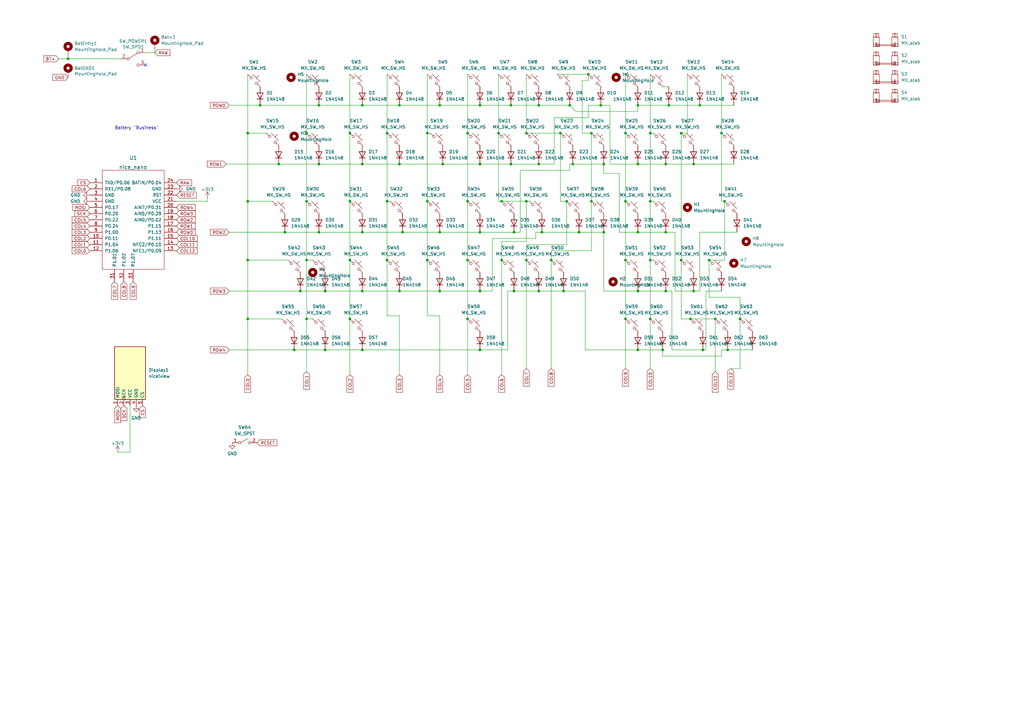
<source format=kicad_sch>
(kicad_sch (version 20211123) (generator eeschema)
  (paper "A3")
  (junction (at 234.95 67.31))
  (junction (at 196.85 119.38))
  (junction (at 158.75 106.68))
  (junction (at 284.48 119.38))
  (junction (at 148.59 119.38))
  (junction (at 266.7 54.61))
  (junction (at 293.37 130.81))
  (junction (at 297.18 82.55))
  (junction (at 215.9 82.55))
  (junction (at 210.82 95.25))
  (junction (at 271.78 143.51))
  (junction (at 256.54 130.81))
  (junction (at 130.81 43.18))
  (junction (at 196.85 95.25))
  (junction (at 209.55 43.18))
  (junction (at 191.77 130.81))
  (junction (at 101.6 130.81))
  (junction (at 148.59 43.18))
  (junction (at 283.21 130.81))
  (junction (at 261.62 119.38))
  (junction (at 290.83 106.68))
  (junction (at 191.77 106.68))
  (junction (at 229.87 54.61))
  (junction (at 261.62 67.31))
  (junction (at 215.9 54.61))
  (junction (at 226.06 106.68))
  (junction (at 241.3 30.48))
  (junction (at 215.9 106.68))
  (junction (at 233.68 43.18))
  (junction (at 125.73 82.55))
  (junction (at 273.05 67.31))
  (junction (at 284.48 67.31))
  (junction (at 256.54 82.55))
  (junction (at 163.83 43.18))
  (junction (at 148.59 95.25))
  (junction (at 209.55 67.31))
  (junction (at 101.6 106.68))
  (junction (at 125.73 130.81))
  (junction (at 27.94 24.13))
  (junction (at 130.81 95.25))
  (junction (at 295.91 54.61))
  (junction (at 247.65 67.31))
  (junction (at 180.34 43.18))
  (junction (at 175.26 54.61))
  (junction (at 191.77 82.55))
  (junction (at 210.82 119.38))
  (junction (at 266.7 106.68))
  (junction (at 148.59 143.51))
  (junction (at 130.81 67.31))
  (junction (at 220.98 43.18))
  (junction (at 123.19 119.38))
  (junction (at 287.02 43.18))
  (junction (at 273.05 95.25))
  (junction (at 165.1 95.25))
  (junction (at 220.98 119.38))
  (junction (at 181.61 67.31))
  (junction (at 279.4 106.68))
  (junction (at 196.85 67.31))
  (junction (at 303.53 130.81))
  (junction (at 242.57 82.55))
  (junction (at 158.75 82.55))
  (junction (at 175.26 82.55))
  (junction (at 163.83 119.38))
  (junction (at 288.29 143.51))
  (junction (at 273.05 119.38))
  (junction (at 205.74 82.55))
  (junction (at 191.77 54.61))
  (junction (at 232.41 82.55))
  (junction (at 180.34 119.38))
  (junction (at 143.51 54.61))
  (junction (at 175.26 106.68))
  (junction (at 247.65 95.25))
  (junction (at 196.85 43.18))
  (junction (at 133.35 143.51))
  (junction (at 261.62 143.51))
  (junction (at 266.7 130.81))
  (junction (at 143.51 130.81))
  (junction (at 222.25 95.25))
  (junction (at 246.38 43.18))
  (junction (at 266.7 82.55))
  (junction (at 261.62 43.18))
  (junction (at 106.68 43.18))
  (junction (at 114.3 67.31))
  (junction (at 196.85 143.51))
  (junction (at 180.34 95.25))
  (junction (at 237.49 95.25))
  (junction (at 120.65 143.51))
  (junction (at 143.51 82.55))
  (junction (at 101.6 82.55))
  (junction (at 298.45 143.51))
  (junction (at 125.73 106.68))
  (junction (at 116.84 95.25))
  (junction (at 220.98 67.31))
  (junction (at 205.74 106.68))
  (junction (at 261.62 95.25))
  (junction (at 158.75 54.61))
  (junction (at 274.32 43.18))
  (junction (at 133.35 119.38))
  (junction (at 163.83 67.31))
  (junction (at 256.54 54.61))
  (junction (at 101.6 54.61))
  (junction (at 242.57 54.61))
  (junction (at 204.47 54.61))
  (junction (at 279.4 54.61))
  (junction (at 256.54 106.68))
  (junction (at 148.59 67.31))
  (junction (at 125.73 54.61))
  (junction (at 231.14 119.38))
  (junction (at 143.51 106.68))
  (no_connect (at 59.69 26.67))
  (wire (pts (xy 143.51 82.55) (xy 143.51 106.68)))
  (wire (pts (xy 226.06 102.87) (xy 226.06 106.68)))
  (wire (pts (xy 279.4 130.81) (xy 283.21 130.81)))
  (wire (pts (xy 290.83 121.92) (xy 303.53 121.92)))
  (wire (pts (xy 215.9 100.33) (xy 215.9 106.68)))
  (wire (pts (xy 101.6 130.81) (xy 101.6 153.67)))
  (wire (pts (xy 228.6 30.48) (xy 241.3 30.48)))
  (wire (pts (xy 241.3 43.18) (xy 246.38 43.18)))
  (wire (pts (xy 208.28 143.51) (xy 208.28 119.38)))
  (wire (pts (xy 254 71.12) (xy 254 95.25)))
  (wire (pts (xy 261.62 119.38) (xy 273.05 119.38)))
  (wire (pts (xy 222.25 95.25) (xy 237.49 95.25)))
  (wire (pts (xy 256.54 82.55) (xy 256.54 106.68)))
  (wire (pts (xy 220.98 119.38) (xy 231.14 119.38)))
  (wire (pts (xy 281.94 30.48) (xy 281.94 54.61)))
  (wire (pts (xy 220.98 43.18) (xy 233.68 43.18)))
  (wire (pts (xy 256.54 30.48) (xy 256.54 54.61)))
  (wire (pts (xy 128.27 130.81) (xy 125.73 130.81)))
  (wire (pts (xy 201.93 119.38) (xy 201.93 97.79)))
  (wire (pts (xy 247.65 67.31) (xy 247.65 71.12)))
  (wire (pts (xy 261.62 95.25) (xy 273.05 95.25)))
  (wire (pts (xy 208.28 119.38) (xy 210.82 119.38)))
  (wire (pts (xy 180.34 119.38) (xy 196.85 119.38)))
  (wire (pts (xy 163.83 67.31) (xy 181.61 67.31)))
  (wire (pts (xy 116.84 95.25) (xy 130.81 95.25)))
  (wire (pts (xy 220.98 67.31) (xy 209.55 67.31)))
  (wire (pts (xy 215.9 30.48) (xy 215.9 54.61)))
  (wire (pts (xy 298.45 143.51) (xy 308.61 143.51)))
  (wire (pts (xy 238.76 54.61) (xy 242.57 54.61)))
  (wire (pts (xy 133.35 143.51) (xy 148.59 143.51)))
  (wire (pts (xy 237.49 95.25) (xy 247.65 95.25)))
  (wire (pts (xy 217.17 82.55) (xy 215.9 82.55)))
  (wire (pts (xy 148.59 143.51) (xy 196.85 143.51)))
  (wire (pts (xy 213.36 95.25) (xy 213.36 69.85)))
  (wire (pts (xy 191.77 82.55) (xy 191.77 106.68)))
  (wire (pts (xy 27.94 24.13) (xy 27.94 22.86)))
  (wire (pts (xy 275.59 119.38) (xy 275.59 143.51)))
  (wire (pts (xy 92.71 67.31) (xy 114.3 67.31)))
  (wire (pts (xy 191.77 54.61) (xy 191.77 82.55)))
  (wire (pts (xy 227.33 67.31) (xy 227.33 48.26)))
  (wire (pts (xy 210.82 119.38) (xy 220.98 119.38)))
  (wire (pts (xy 106.68 43.18) (xy 93.98 43.18)))
  (wire (pts (xy 63.5 21.59) (xy 63.5 20.32)))
  (wire (pts (xy 241.3 30.48) (xy 241.3 33.02)))
  (wire (pts (xy 290.83 106.68) (xy 290.83 121.92)))
  (wire (pts (xy 266.7 54.61) (xy 267.97 54.61)))
  (wire (pts (xy 219.71 95.25) (xy 222.25 95.25)))
  (wire (pts (xy 295.91 82.55) (xy 297.18 82.55)))
  (wire (pts (xy 295.91 146.05) (xy 295.91 143.51)))
  (wire (pts (xy 215.9 99.06) (xy 205.74 99.06)))
  (wire (pts (xy 133.35 119.38) (xy 148.59 119.38)))
  (wire (pts (xy 240.03 119.38) (xy 240.03 143.51)))
  (wire (pts (xy 120.65 143.51) (xy 133.35 143.51)))
  (wire (pts (xy 246.38 43.18) (xy 250.19 43.18)))
  (wire (pts (xy 191.77 106.68) (xy 191.77 130.81)))
  (wire (pts (xy 143.51 130.81) (xy 143.51 106.68)))
  (wire (pts (xy 279.4 106.68) (xy 279.4 130.81)))
  (wire (pts (xy 180.34 43.18) (xy 196.85 43.18)))
  (wire (pts (xy 238.76 33.02) (xy 238.76 54.61)))
  (wire (pts (xy 241.3 33.02) (xy 238.76 33.02)))
  (wire (pts (xy 232.41 82.55) (xy 232.41 100.33)))
  (wire (pts (xy 93.98 95.25) (xy 116.84 95.25)))
  (wire (pts (xy 276.86 119.38) (xy 284.48 119.38)))
  (wire (pts (xy 261.62 67.31) (xy 273.05 67.31)))
  (wire (pts (xy 160.02 82.55) (xy 158.75 82.55)))
  (wire (pts (xy 158.75 82.55) (xy 158.75 106.68)))
  (wire (pts (xy 261.62 143.51) (xy 271.78 143.51)))
  (wire (pts (xy 175.26 54.61) (xy 176.53 54.61)))
  (wire (pts (xy 303.53 121.92) (xy 303.53 130.81)))
  (wire (pts (xy 303.53 130.81) (xy 303.53 151.13)))
  (wire (pts (xy 204.47 30.48) (xy 204.47 54.61)))
  (wire (pts (xy 271.78 146.05) (xy 295.91 146.05)))
  (wire (pts (xy 130.81 95.25) (xy 148.59 95.25)))
  (polyline (pts (xy -13.97 19.05) (xy -13.97 49.53)))
  (wire (pts (xy 287.02 95.25) (xy 302.26 95.25)))
  (wire (pts (xy 215.9 54.61) (xy 229.87 54.61)))
  (wire (pts (xy 93.98 119.38) (xy 123.19 119.38)))
  (wire (pts (xy 163.83 129.54) (xy 163.83 153.67)))
  (wire (pts (xy 101.6 82.55) (xy 111.76 82.55)))
  (wire (pts (xy 241.3 48.26) (xy 241.3 43.18)))
  (wire (pts (xy 215.9 106.68) (xy 215.9 151.13)))
  (wire (pts (xy 158.75 106.68) (xy 158.75 129.54)))
  (wire (pts (xy 204.47 54.61) (xy 204.47 82.55)))
  (wire (pts (xy 148.59 119.38) (xy 163.83 119.38)))
  (wire (pts (xy 163.83 43.18) (xy 180.34 43.18)))
  (wire (pts (xy 281.94 54.61) (xy 279.4 54.61)))
  (wire (pts (xy 284.48 119.38) (xy 287.02 119.38)))
  (wire (pts (xy 143.51 130.81) (xy 143.51 153.67)))
  (polyline (pts (xy -13.97 49.53) (xy -66.04 49.53)))
  (wire (pts (xy 196.85 95.25) (xy 210.82 95.25)))
  (wire (pts (xy 266.7 82.55) (xy 266.7 106.68)))
  (wire (pts (xy 289.56 143.51) (xy 289.56 119.38)))
  (wire (pts (xy 233.68 69.85) (xy 233.68 67.31)))
  (wire (pts (xy 295.91 30.48) (xy 295.91 54.61)))
  (wire (pts (xy 101.6 30.48) (xy 101.6 54.61)))
  (wire (pts (xy 295.91 54.61) (xy 295.91 82.55)))
  (wire (pts (xy 148.59 95.25) (xy 165.1 95.25)))
  (wire (pts (xy 165.1 95.25) (xy 180.34 95.25)))
  (wire (pts (xy 181.61 67.31) (xy 196.85 67.31)))
  (polyline (pts (xy -66.04 19.05) (xy -13.97 19.05)))
  (wire (pts (xy 101.6 106.68) (xy 118.11 106.68)))
  (wire (pts (xy 242.57 82.55) (xy 242.57 102.87)))
  (wire (pts (xy 123.19 119.38) (xy 133.35 119.38)))
  (wire (pts (xy 125.73 130.81) (xy 125.73 106.68)))
  (wire (pts (xy 101.6 106.68) (xy 101.6 130.81)))
  (wire (pts (xy 256.54 130.81) (xy 256.54 151.13)))
  (wire (pts (xy 143.51 54.61) (xy 143.51 30.48)))
  (wire (pts (xy 53.34 166.37) (xy 53.34 185.42)))
  (wire (pts (xy 163.83 119.38) (xy 180.34 119.38)))
  (wire (pts (xy 273.05 119.38) (xy 275.59 119.38)))
  (wire (pts (xy 266.7 30.48) (xy 266.7 54.61)))
  (wire (pts (xy 261.62 43.18) (xy 274.32 43.18)))
  (wire (pts (xy 284.48 67.31) (xy 300.99 67.31)))
  (wire (pts (xy 93.98 143.51) (xy 120.65 143.51)))
  (wire (pts (xy 204.47 82.55) (xy 205.74 82.55)))
  (wire (pts (xy 180.34 95.25) (xy 196.85 95.25)))
  (wire (pts (xy 250.19 43.18) (xy 250.19 67.31)))
  (wire (pts (xy 227.33 48.26) (xy 241.3 48.26)))
  (wire (pts (xy 215.9 100.33) (xy 232.41 100.33)))
  (wire (pts (xy 175.26 106.68) (xy 175.26 129.54)))
  (wire (pts (xy 106.68 43.18) (xy 130.81 43.18)))
  (wire (pts (xy 143.51 54.61) (xy 143.51 82.55)))
  (wire (pts (xy 213.36 69.85) (xy 233.68 69.85)))
  (wire (pts (xy 130.81 67.31) (xy 148.59 67.31)))
  (wire (pts (xy 303.53 151.13) (xy 299.72 151.13)))
  (wire (pts (xy 175.26 129.54) (xy 180.34 129.54)))
  (wire (pts (xy 53.34 185.42) (xy 48.26 185.42)))
  (wire (pts (xy 148.59 67.31) (xy 163.83 67.31)))
  (wire (pts (xy 266.7 54.61) (xy 266.7 82.55)))
  (wire (pts (xy 101.6 54.61) (xy 101.6 82.55)))
  (wire (pts (xy 295.91 143.51) (xy 298.45 143.51)))
  (wire (pts (xy 175.26 106.68) (xy 175.26 82.55)))
  (wire (pts (xy 261.62 45.72) (xy 261.62 43.18)))
  (wire (pts (xy 297.18 106.68) (xy 290.83 106.68)))
  (wire (pts (xy 191.77 130.81) (xy 191.77 153.67)))
  (wire (pts (xy 297.18 82.55) (xy 297.18 106.68)))
  (wire (pts (xy 256.54 106.68) (xy 256.54 130.81)))
  (wire (pts (xy 300.99 43.18) (xy 287.02 43.18)))
  (wire (pts (xy 283.21 130.81) (xy 293.37 130.81)))
  (wire (pts (xy 85.09 82.55) (xy 85.09 81.28)))
  (wire (pts (xy 209.55 43.18) (xy 220.98 43.18)))
  (wire (pts (xy 196.85 143.51) (xy 208.28 143.51)))
  (wire (pts (xy 158.75 129.54) (xy 163.83 129.54)))
  (wire (pts (xy 242.57 102.87) (xy 226.06 102.87)))
  (wire (pts (xy 233.68 67.31) (xy 234.95 67.31)))
  (wire (pts (xy 266.7 106.68) (xy 267.97 106.68)))
  (wire (pts (xy 125.73 106.68) (xy 128.27 106.68)))
  (wire (pts (xy 201.93 97.79) (xy 219.71 97.79)))
  (wire (pts (xy 275.59 143.51) (xy 288.29 143.51)))
  (wire (pts (xy 226.06 106.68) (xy 226.06 151.13)))
  (wire (pts (xy 256.54 54.61) (xy 256.54 82.55)))
  (wire (pts (xy 219.71 97.79) (xy 219.71 95.25)))
  (wire (pts (xy 72.39 82.55) (xy 85.09 82.55)))
  (wire (pts (xy 114.3 67.31) (xy 130.81 67.31)))
  (wire (pts (xy 279.4 54.61) (xy 279.4 106.68)))
  (wire (pts (xy 59.69 21.59) (xy 63.5 21.59)))
  (wire (pts (xy 101.6 54.61) (xy 109.22 54.61)))
  (wire (pts (xy 158.75 30.48) (xy 158.75 54.61)))
  (wire (pts (xy 205.74 106.68) (xy 205.74 153.67)))
  (wire (pts (xy 287.02 119.38) (xy 287.02 95.25)))
  (wire (pts (xy 130.81 43.18) (xy 148.59 43.18)))
  (wire (pts (xy 163.83 43.18) (xy 148.59 43.18)))
  (wire (pts (xy 266.7 106.68) (xy 266.7 130.81)))
  (wire (pts (xy 254 95.25) (xy 261.62 95.25)))
  (wire (pts (xy 293.37 130.81) (xy 293.37 152.4)))
  (wire (pts (xy 210.82 95.25) (xy 213.36 95.25)))
  (wire (pts (xy 234.95 67.31) (xy 247.65 67.31)))
  (wire (pts (xy 247.65 119.38) (xy 261.62 119.38)))
  (wire (pts (xy 231.14 119.38) (xy 240.03 119.38)))
  (wire (pts (xy 289.56 119.38) (xy 295.91 119.38)))
  (wire (pts (xy 158.75 54.61) (xy 158.75 82.55)))
  (wire (pts (xy 180.34 129.54) (xy 180.34 153.67)))
  (wire (pts (xy 215.9 82.55) (xy 215.9 99.06)))
  (wire (pts (xy 196.85 67.31) (xy 209.55 67.31)))
  (wire (pts (xy 24.13 24.13) (xy 27.94 24.13)))
  (wire (pts (xy 250.19 67.31) (xy 261.62 67.31)))
  (wire (pts (xy 205.74 82.55) (xy 215.9 82.55)))
  (wire (pts (xy 101.6 130.81) (xy 115.57 130.81)))
  (wire (pts (xy 266.7 82.55) (xy 267.97 82.55)))
  (wire (pts (xy 247.65 71.12) (xy 254 71.12)))
  (wire (pts (xy 101.6 82.55) (xy 101.6 106.68)))
  (wire (pts (xy 125.73 30.48) (xy 125.73 54.61)))
  (wire (pts (xy 233.68 43.18) (xy 236.22 45.72)))
  (wire (pts (xy 220.98 67.31) (xy 227.33 67.31)))
  (wire (pts (xy 209.55 43.18) (xy 196.85 43.18)))
  (wire (pts (xy 276.86 95.25) (xy 276.86 119.38)))
  (wire (pts (xy 274.32 35.56) (xy 271.78 35.56)))
  (wire (pts (xy 273.05 95.25) (xy 276.86 95.25)))
  (wire (pts (xy 229.87 82.55) (xy 232.41 82.55)))
  (wire (pts (xy 247.65 95.25) (xy 247.65 119.38)))
  (wire (pts (xy 175.26 30.48) (xy 175.26 54.61)))
  (wire (pts (xy 271.78 143.51) (xy 271.78 146.05)))
  (wire (pts (xy 229.87 54.61) (xy 229.87 82.55)))
  (wire (pts (xy 236.22 45.72) (xy 261.62 45.72)))
  (wire (pts (xy 191.77 30.48) (xy 191.77 54.61)))
  (wire (pts (xy 175.26 54.61) (xy 175.26 82.55)))
  (wire (pts (xy 240.03 143.51) (xy 261.62 143.51)))
  (wire (pts (xy 288.29 143.51) (xy 289.56 143.51)))
  (wire (pts (xy 242.57 54.61) (xy 242.57 82.55)))
  (wire (pts (xy 125.73 130.81) (xy 125.73 152.4)))
  (wire (pts (xy 205.74 99.06) (xy 205.74 106.68)))
  (wire (pts (xy 196.85 119.38) (xy 201.93 119.38)))
  (wire (pts (xy 273.05 67.31) (xy 284.48 67.31)))
  (wire (pts (xy 125.73 54.61) (xy 125.73 82.55)))
  (wire (pts (xy 27.94 24.13) (xy 49.53 24.13)))
  (wire (pts (xy 125.73 82.55) (xy 125.73 106.68)))
  (wire (pts (xy 274.32 43.18) (xy 287.02 43.18)))
  (wire (pts (xy 266.7 151.13) (xy 266.7 130.81)))
  (polyline (pts (xy -66.04 19.05) (xy -66.04 49.53)))
  (text "Battery \"Business\"" (at 46.99 53.34 0) (effects (font (size 1.27 1.27)) (justify left bottom)))
  (global_label "COL10" (shape input) (at 72.39 97.79 0) (property "Intersheet References" "${INTERSHEET_REFS}" (effects hide)))
  (global_label "ROW3" (shape input) (at 72.39 87.63 0) (property "Intersheet References" "${INTERSHEET_REFS}" (effects hide)))
  (global_label "COL2" (shape input) (at 36.83 97.79 180) (property "Intersheet References" "${INTERSHEET_REFS}" (effects hide)))
  (global_label "RESET" (shape input) (at 72.39 80.01 0) (property "Intersheet References" "${INTERSHEET_REFS}" (effects hide)))
  (global_label "COL11" (shape input) (at 72.39 100.33 0) (property "Intersheet References" "${INTERSHEET_REFS}" (effects hide)))
  (global_label "COL5" (shape input) (at 191.77 153.67 270) (property "Intersheet References" "${INTERSHEET_REFS}" (effects hide)))
  (global_label "RESET" (shape input) (at 105.41 181.61 0) (property "Intersheet References" "${INTERSHEET_REFS}" (effects hide)))
  (global_label "COL10" (shape input) (at 266.7 151.13 270) (property "Intersheet References" "${INTERSHEET_REFS}" (effects hide)))
  (global_label "COL3" (shape input) (at 163.83 153.67 270) (property "Intersheet References" "${INTERSHEET_REFS}" (effects hide)))
  (global_label "ROW0" (shape input) (at 72.39 95.25 0) (property "Intersheet References" "${INTERSHEET_REFS}" (effects hide)))
  (global_label "COL1" (shape input) (at 125.73 152.4 270) (property "Intersheet References" "${INTERSHEET_REFS}" (effects hide)))
  (global_label "GND" (shape input) (at 27.94 31.75 180) (property "Intersheet References" "${INTERSHEET_REFS}" (effects hide)))
  (global_label "COL6" (shape input) (at 36.83 77.47 180) (property "Intersheet References" "${INTERSHEET_REFS}" (effects hide)))
  (global_label "COL3" (shape input) (at 36.83 95.25 180) (property "Intersheet References" "${INTERSHEET_REFS}" (effects hide)))
  (global_label "MOSI" (shape input) (at 48.26 166.37 270) (property "Intersheet References" "${INTERSHEET_REFS}" (effects hide)))
  (global_label "COL12" (shape input) (at 299.72 151.13 270) (property "Intersheet References" "${INTERSHEET_REFS}" (effects hide)))
  (global_label "COL9" (shape input) (at 256.54 151.13 270) (property "Intersheet References" "${INTERSHEET_REFS}" (effects hide)))
  (global_label "COL8" (shape input) (at 226.06 151.13 270) (property "Intersheet References" "${INTERSHEET_REFS}" (effects hide)))
  (global_label "COL1" (shape input) (at 36.83 100.33 180) (property "Intersheet References" "${INTERSHEET_REFS}" (effects hide)))
  (global_label "CS" (shape input) (at 36.83 74.93 180) (property "Intersheet References" "${INTERSHEET_REFS}" (effects hide)))
  (global_label "COL5" (shape input) (at 36.83 90.17 180) (property "Intersheet References" "${INTERSHEET_REFS}" (effects hide)))
  (global_label "COL7" (shape input) (at 46.99 115.57 270) (property "Intersheet References" "${INTERSHEET_REFS}" (effects hide)))
  (global_label "ROW4" (shape input) (at 72.39 85.09 0) (property "Intersheet References" "${INTERSHEET_REFS}" (effects hide)))
  (global_label "COL2" (shape input) (at 143.51 153.67 270) (property "Intersheet References" "${INTERSHEET_REFS}" (effects hide)))
  (global_label "COL8" (shape input) (at 50.8 115.57 270) (property "Intersheet References" "${INTERSHEET_REFS}" (effects hide)))
  (global_label "MOSI" (shape input) (at 36.83 85.09 180) (property "Intersheet References" "${INTERSHEET_REFS}" (effects hide)))
  (global_label "ROW1" (shape input) (at 92.71 67.31 180) (property "Intersheet References" "${INTERSHEET_REFS}" (effects hide)))
  (global_label "COL0" (shape input) (at 101.6 153.67 270) (property "Intersheet References" "${INTERSHEET_REFS}" (effects hide)))
  (global_label "COL0" (shape input) (at 36.83 102.87 180) (property "Intersheet References" "${INTERSHEET_REFS}" (effects hide)))
  (global_label "RAW" (shape input) (at 72.39 74.93 0) (property "Intersheet References" "${INTERSHEET_REFS}" (effects hide)))
  (global_label "SCK" (shape input) (at 36.83 87.63 180) (property "Intersheet References" "${INTERSHEET_REFS}" (effects hide)))
  (global_label "SCK" (shape input) (at 50.8 166.37 270) (property "Intersheet References" "${INTERSHEET_REFS}" (effects hide)))
  (global_label "COL6" (shape input) (at 205.74 153.67 270) (property "Intersheet References" "${INTERSHEET_REFS}" (effects hide)))
  (global_label "COL7" (shape input) (at 215.9 151.13 270) (property "Intersheet References" "${INTERSHEET_REFS}" (effects hide)))
  (global_label "ROW1" (shape input) (at 72.39 92.71 0) (property "Intersheet References" "${INTERSHEET_REFS}" (effects hide)))
  (global_label "ROW4" (shape input) (at 93.98 143.51 180) (property "Intersheet References" "${INTERSHEET_REFS}" (effects hide)))
  (global_label "BT+" (shape input) (at 24.13 24.13 180) (property "Intersheet References" "${INTERSHEET_REFS}" (effects hide)))
  (global_label "COL9" (shape input) (at 54.61 115.57 270) (property "Intersheet References" "${INTERSHEET_REFS}" (effects hide)))
  (global_label "RAW" (shape input) (at 63.5 21.59 0) (property "Intersheet References" "${INTERSHEET_REFS}" (effects hide)))
  (global_label "COL12" (shape input) (at 72.39 102.87 0) (property "Intersheet References" "${INTERSHEET_REFS}" (effects hide)))
  (global_label "CS" (shape input) (at 58.42 166.37 270) (property "Intersheet References" "${INTERSHEET_REFS}" (effects hide)))
  (global_label "ROW2" (shape input) (at 72.39 90.17 0) (property "Intersheet References" "${INTERSHEET_REFS}" (effects hide)))
  (global_label "ROW0" (shape input) (at 93.98 43.18 180) (property "Intersheet References" "${INTERSHEET_REFS}" (effects hide)))
  (global_label "COL4" (shape input) (at 36.83 92.71 180) (property "Intersheet References" "${INTERSHEET_REFS}" (effects hide)))
  (global_label "COL4" (shape input) (at 180.34 153.67 270) (property "Intersheet References" "${INTERSHEET_REFS}" (effects hide)))
  (global_label "ROW2" (shape input) (at 93.98 95.25 180) (property "Intersheet References" "${INTERSHEET_REFS}" (effects hide)))
  (global_label "COL11" (shape input) (at 293.37 152.4 270) (property "Intersheet References" "${INTERSHEET_REFS}" (effects hide)))
  (global_label "ROW3" (shape input) (at 93.98 119.38 180) (property "Intersheet References" "${INTERSHEET_REFS}" (effects hide)))
  (symbol (lib_id "Diode:1N4148") (at 295.91 115.57 90) (unit 1)
    (property "Reference" "D54" (at 298.45 114.2999 90) (effects (justify right)))
    (property "Value" "1N4148" (at 298.45 116.8399 90) (effects (justify right)))
    (property "Footprint" "Diode_THT:D_DO-35_SOD27_P7.62mm_Horizontal" (effects hide))
    (property "Datasheet" "https://assets.nexperia.com/documents/data-sheet/1N4148_1N4448.pdf" (effects hide))
  )
  (symbol (lib_id "marbastlib-mx:MX_SW_HS") (at 281.94 109.22 0) (unit 1)
    (property "Reference" "SW53" (at 281.94 101.6 0))
    (property "Value" "MX_SW_HS" (at 281.94 104.14 0))
    (property "Footprint" "marbastlib-mx:SW_MX_HS_1.75u" (effects hide))
  )
  (symbol (lib_id "Diode:1N4148") (at 114.3 63.5 90) (unit 1)
    (property "Reference" "D15" (at 120.65 62.2299 90) (effects (justify right)))
    (property "Value" "1N4148" (at 120.65 64.7699 90) (effects (justify right)))
    (property "Footprint" "Diode_THT:D_DO-35_SOD27_P7.62mm_Horizontal" (effects hide))
    (property "Datasheet" "https://assets.nexperia.com/documents/data-sheet/1N4148_1N4448.pdf" (effects hide))
  )
  (symbol (lib_id "Switch:SW_SPST") (at 100.33 181.61 0) (unit 1)
    (property "Reference" "SW64" (at 100.33 175.26 0))
    (property "Value" "SW_SPST" (at 100.33 177.8 0))
    (property "Footprint" "Button_Switch_THT:SW_PUSH_6mm" (effects hide))
  )
  (symbol (lib_id "marbastlib-mx:MX_SW_HS") (at 270.51 57.15 0) (unit 1)
    (property "Reference" "SW26" (at 270.51 49.53 0))
    (property "Value" "MX_SW_HS" (at 270.51 52.07 0))
    (property "Footprint" "marbastlib-mx:SW_MX_HS_1u" (effects hide))
  )
  (symbol (lib_id "marbastlib-mx:MX_SW_HS") (at 104.14 33.02 0) (unit 1)
    (property "Reference" "SW1" (at 104.14 25.4 0))
    (property "Value" "MX_SW_HS" (at 104.14 27.94 0))
    (property "Footprint" "marbastlib-mx:SW_MX_HS_1u" (effects hide))
  )
  (symbol (lib_id "marbastlib-mx:MX_SW_HS") (at 128.27 33.02 0) (unit 1)
    (property "Reference" "SW2" (at 128.27 25.4 0))
    (property "Value" "MX_SW_HS" (at 128.27 27.94 0))
    (property "Footprint" "marbastlib-mx:SW_MX_HS_1u" (effects hide))
  )
  (symbol (lib_id "marbastlib-mx:MX_SW_HS") (at 269.24 33.02 0) (unit 1)
    (property "Reference" "SW12" (at 269.24 25.4 0))
    (property "Value" "MX_SW_HS" (at 269.24 27.94 0))
    (property "Footprint" "marbastlib-mx:SW_MX_HS_1u" (effects hide))
  )
  (symbol (lib_id "marbastlib-mx:MX_SW_HS") (at 281.94 57.15 0) (unit 1)
    (property "Reference" "SW27" (at 281.94 49.53 0))
    (property "Value" "MX_SW_HS" (at 281.94 52.07 0))
    (property "Footprint" "marbastlib-mx:SW_MX_HS_1u" (effects hide))
  )
  (symbol (lib_id "marbastlib-mx:MX_SW_HS") (at 177.8 33.02 0) (unit 1)
    (property "Reference" "SW5" (at 181.61 25.4 0))
    (property "Value" "MX_SW_HS" (at 177.8 27.94 0))
    (property "Footprint" "marbastlib-mx:SW_MX_HS_1u" (effects hide))
  )
  (symbol (lib_id "Diode:1N4148") (at 120.65 139.7 90) (unit 1)
    (property "Reference" "D55" (at 123.19 138.4299 90) (effects (justify right)))
    (property "Value" "1N4148" (at 123.19 140.97 90) (effects (justify right)))
    (property "Footprint" "Diode_THT:D_DO-35_SOD27_P7.62mm_Horizontal" (effects hide))
    (property "Datasheet" "https://assets.nexperia.com/documents/data-sheet/1N4148_1N4448.pdf" (effects hide))
  )
  (symbol (lib_id "power:GND") (at 36.83 80.01 270) (unit 1)
    (property "Reference" "#PWR04" (effects hide))
    (property "Value" "GND" (at 33.02 80.0099 90) (effects (justify right)))
  )
  (symbol (lib_id "marbastlib-mx:MX_SW_HS") (at 218.44 33.02 0) (unit 1)
    (property "Reference" "SW8" (at 218.44 25.4 0))
    (property "Value" "MX_SW_HS" (at 218.44 27.94 0))
    (property "Footprint" "marbastlib-mx:SW_MX_HS_1u" (effects hide))
  )
  (symbol (lib_id "Diode:1N4148") (at 220.98 115.57 90) (unit 1)
    (property "Reference" "D49" (at 223.52 114.2999 90) (effects (justify right)))
    (property "Value" "1N4148" (at 223.52 116.8399 90) (effects (justify right)))
    (property "Footprint" "Diode_THT:D_DO-35_SOD27_P7.62mm_Horizontal" (effects hide))
    (property "Datasheet" "https://assets.nexperia.com/documents/data-sheet/1N4148_1N4448.pdf" (effects hide))
  )
  (symbol (lib_id "Mechanical:MountingHole_Pad") (at 27.94 29.21 0) (unit 1)
    (property "Reference" "BatGND1" (at 30.48 27.9654 0) (effects (justify left)))
    (property "Value" "MountingHole_Pad" (at 30.48 30.2768 0) (effects (justify left)))
    (property "Footprint" "nicenan0_v2:1pin_Battery" (effects hide))
  )
  (symbol (lib_id "marbastlib-mx:MX_SW_HS") (at 120.65 109.22 0) (unit 1)
    (property "Reference" "SW42" (at 120.65 101.6 0))
    (property "Value" "MX_SW_HS" (at 120.65 104.14 0))
    (property "Footprint" "marbastlib-mx:SW_MX_HS_1u" (effects hide))
  )
  (symbol (lib_id "marbastlib-mx:MX_SW_HS") (at 177.8 85.09 0) (unit 1)
    (property "Reference" "SW33" (at 177.8 77.47 0))
    (property "Value" "MX_SW_HS" (at 177.8 80.01 0))
    (property "Footprint" "marbastlib-mx:SW_MX_HS_1u" (effects hide))
  )
  (symbol (lib_id "Diode:1N4148") (at 261.62 139.7 90) (unit 1)
    (property "Reference" "D59" (at 264.16 138.4299 90) (effects (justify right)))
    (property "Value" "1N4148" (at 264.16 140.9699 90) (effects (justify right)))
    (property "Footprint" "Diode_THT:D_DO-35_SOD27_P7.62mm_Horizontal" (effects hide))
    (property "Datasheet" "https://assets.nexperia.com/documents/data-sheet/1N4148_1N4448.pdf" (effects hide))
  )
  (symbol (lib_id "marbastlib-mx:MX_SW_HS") (at 114.3 85.09 0) (unit 1)
    (property "Reference" "SW29" (at 114.3 77.47 0))
    (property "Value" "MX_SW_HS" (at 114.3 80.01 0))
    (property "Footprint" "marbastlib-mx:SW_MX_HS_1.75u" (effects hide))
  )
  (symbol (lib_id "Diode:1N4148") (at 261.62 39.37 90) (unit 1)
    (property "Reference" "D11" (at 264.16 38.0999 90) (effects (justify right)))
    (property "Value" "1N4148" (at 264.16 40.6399 90) (effects (justify right)))
    (property "Footprint" "Diode_THT:D_DO-35_SOD27_P7.62mm_Horizontal" (effects hide))
    (property "Datasheet" "https://assets.nexperia.com/documents/data-sheet/1N4148_1N4448.pdf" (effects hide))
  )
  (symbol (lib_id "Diode:1N4148") (at 261.62 63.5 90) (unit 1)
    (property "Reference" "D25" (at 264.16 62.2299 90) (effects (justify right)))
    (property "Value" "1N4148" (at 264.16 64.7699 90) (effects (justify right)))
    (property "Footprint" "Diode_THT:D_DO-35_SOD27_P7.62mm_Horizontal" (effects hide))
    (property "Datasheet" "https://assets.nexperia.com/documents/data-sheet/1N4148_1N4448.pdf" (effects hide))
  )
  (symbol (lib_id "marbastlib-mx:MX_SW_HS") (at 259.08 133.35 0) (unit 1)
    (property "Reference" "SW59" (at 259.08 125.73 0))
    (property "Value" "MX_SW_HS" (at 259.08 128.27 0))
    (property "Footprint" "marbastlib-mx:SW_MX_HS_1.25u" (effects hide))
  )
  (symbol (lib_id "marbastlib-mx:MX_stab") (at 363.22 39.37 0) (unit 1)
    (property "Reference" "S4" (at 369.57 37.9729 0) (effects (justify left)))
    (property "Value" "MX_stab" (at 369.57 40.5129 0) (effects (justify left)))
    (property "Footprint" "marbastlib-mx:STAB_MX_P_6.25u" (effects hide))
  )
  (symbol (lib_id "Diode:1N4148") (at 130.81 39.37 90) (unit 1)
    (property "Reference" "D2" (at 133.35 38.0999 90) (effects (justify right)))
    (property "Value" "1N4148" (at 133.35 40.64 90) (effects (justify right)))
    (property "Footprint" "Diode_THT:D_DO-35_SOD27_P7.62mm_Horizontal" (effects hide))
    (property "Datasheet" "https://assets.nexperia.com/documents/data-sheet/1N4148_1N4448.pdf" (effects hide))
  )
  (symbol (lib_id "marbastlib-mx:MX_SW_HS") (at 208.28 85.09 0) (unit 1)
    (property "Reference" "SW35" (at 208.28 77.47 0))
    (property "Value" "MX_SW_HS" (at 208.28 80.01 0))
    (property "Footprint" "marbastlib-mx:SW_MX_HS_1u" (effects hide))
  )
  (symbol (lib_id "Diode:1N4148") (at 148.59 91.44 90) (unit 1)
    (property "Reference" "D31" (at 151.13 90.1699 90) (effects (justify right)))
    (property "Value" "1N4148" (at 151.13 92.7099 90) (effects (justify right)))
    (property "Footprint" "Diode_THT:D_DO-35_SOD27_P7.62mm_Horizontal" (effects hide))
    (property "Datasheet" "https://assets.nexperia.com/documents/data-sheet/1N4148_1N4448.pdf" (effects hide))
  )
  (symbol (lib_id "marbastlib-mx:MX_SW_HS") (at 228.6 109.22 0) (unit 1)
    (property "Reference" "SW50" (at 228.6 101.6 0))
    (property "Value" "MX_SW_HS" (at 228.6 104.14 0))
    (property "Footprint" "marbastlib-mx:SW_MX_HS_1u" (effects hide))
  )
  (symbol (lib_id "Mechanical:MountingHole_Pad") (at 63.5 17.78 0) (unit 1)
    (property "Reference" "Bat+1" (at 66.04 15.2399 0) (effects (justify left)))
    (property "Value" "MountingHole_Pad" (at 66.04 17.7799 0) (effects (justify left)))
    (property "Footprint" "nicenan0_v2:1pin_Battery" (effects hide))
  )
  (symbol (lib_id "marbastlib-mx:MX_SW_HS") (at 146.05 109.22 0) (unit 1)
    (property "Reference" "SW44" (at 146.05 101.6 0))
    (property "Value" "MX_SW_HS" (at 146.05 104.14 0))
    (property "Footprint" "marbastlib-mx:SW_MX_HS_1u" (effects hide))
  )
  (symbol (lib_id "Mechanical:MountingHole") (at 300.99 107.95 0) (unit 1)
    (property "Reference" "H7" (at 303.53 106.6799 0) (effects (justify left)))
    (property "Value" "MountingHole" (at 303.53 109.2199 0) (effects (justify left)))
    (property "Footprint" "MountingHole:MountingHole_2.2mm_M2_Pad_Via" (effects hide))
  )
  (symbol (lib_id "marbastlib-mx:MX_SW_HS") (at 146.05 133.35 0) (unit 1)
    (property "Reference" "SW57" (at 146.05 125.73 0))
    (property "Value" "MX_SW_HS" (at 146.05 128.27 0))
    (property "Footprint" "marbastlib-mx:SW_MX_HS_1.25u" (effects hide))
  )
  (symbol (lib_id "Diode:1N4148") (at 148.59 39.37 90) (unit 1)
    (property "Reference" "D3" (at 151.13 38.0999 90) (effects (justify right)))
    (property "Value" "1N4148" (at 151.13 40.6399 90) (effects (justify right)))
    (property "Footprint" "Diode_THT:D_DO-35_SOD27_P7.62mm_Horizontal" (effects hide))
    (property "Datasheet" "https://assets.nexperia.com/documents/data-sheet/1N4148_1N4448.pdf" (effects hide))
  )
  (symbol (lib_id "Diode:1N4148") (at 220.98 39.37 90) (unit 1)
    (property "Reference" "D8" (at 223.52 38.0999 90) (effects (justify right)))
    (property "Value" "1N4148" (at 223.52 40.6399 90) (effects (justify right)))
    (property "Footprint" "Diode_THT:D_DO-35_SOD27_P7.62mm_Horizontal" (effects hide))
    (property "Datasheet" "https://assets.nexperia.com/documents/data-sheet/1N4148_1N4448.pdf" (effects hide))
  )
  (symbol (lib_id "marbastlib-mx:MX_SW_HS") (at 130.81 133.35 0) (unit 1)
    (property "Reference" "SW56" (at 130.81 125.73 0))
    (property "Value" "MX_SW_HS" (at 130.81 128.27 0))
    (property "Footprint" "marbastlib-mx:SW_MX_HS_1.25u" (effects hide))
  )
  (symbol (lib_id "marbastlib-mx:MX_SW_HS") (at 298.45 57.15 0) (unit 1)
    (property "Reference" "SW28" (at 298.45 49.53 0))
    (property "Value" "MX_SW_HS" (at 298.45 52.07 0))
    (property "Footprint" "marbastlib-mx:SW_MX_HS_1.5u" (effects hide))
  )
  (symbol (lib_id "marbastlib-mx:MX_stab") (at 363.22 16.51 0) (unit 1)
    (property "Reference" "S1" (at 369.57 15.1129 0) (effects (justify left)))
    (property "Value" "MX_stab" (at 369.57 17.6529 0) (effects (justify left)))
    (property "Footprint" "marbastlib-mx:STAB_MX_P_2u" (effects hide))
  )
  (symbol (lib_id "marbastlib-mx:MX_SW_HS") (at 299.72 85.09 0) (unit 1)
    (property "Reference" "SW41" (at 299.72 77.47 0))
    (property "Value" "MX_SW_HS" (at 299.72 80.01 0))
    (property "Footprint" "marbastlib-mx:SW_MX_HS_1u" (effects hide))
  )
  (symbol (lib_id "Diode:1N4148") (at 231.14 115.57 90) (unit 1)
    (property "Reference" "D50" (at 233.68 114.2999 90) (effects (justify right)))
    (property "Value" "1N4148" (at 233.68 116.8399 90) (effects (justify right)))
    (property "Footprint" "Diode_THT:D_DO-35_SOD27_P7.62mm_Horizontal" (effects hide))
    (property "Datasheet" "https://assets.nexperia.com/documents/data-sheet/1N4148_1N4448.pdf" (effects hide))
  )
  (symbol (lib_id "marbastlib-mx:MX_stab") (at 363.22 24.13 0) (unit 1)
    (property "Reference" "S2" (at 369.57 22.7329 0) (effects (justify left)))
    (property "Value" "MX_stab" (at 369.57 25.2729 0) (effects (justify left)))
    (property "Footprint" "marbastlib-mx:STAB_MX_P_2.25u" (effects hide))
  )
  (symbol (lib_id "power:+3.3V") (at 48.26 185.42 0) (unit 1)
    (property "Reference" "#PWR012" (effects hide))
    (property "Value" "+3.3V" (at 48.26 181.8442 0))
  )
  (symbol (lib_id "marbastlib-mx:MX_SW_HS") (at 245.11 57.15 0) (unit 1)
    (property "Reference" "SW24" (at 245.11 49.53 0))
    (property "Value" "MX_SW_HS" (at 245.11 52.07 0))
    (property "Footprint" "marbastlib-mx:SW_MX_HS_1u" (effects hide))
  )
  (symbol (lib_id "power:GND") (at 72.39 77.47 90) (unit 1)
    (property "Reference" "#PWR03" (effects hide))
    (property "Value" "GND" (at 76.2 77.4699 90) (effects (justify right)))
  )
  (symbol (lib_id "marbastlib-mx:MX_SW_HS") (at 128.27 85.09 0) (unit 1)
    (property "Reference" "SW30" (at 128.27 77.47 0))
    (property "Value" "MX_SW_HS" (at 128.27 80.01 0))
    (property "Footprint" "marbastlib-mx:SW_MX_HS_1u" (effects hide))
  )
  (symbol (lib_id "Mechanical:MountingHole") (at 281.94 85.09 0) (unit 1)
    (property "Reference" "H1" (at 284.48 83.8199 0) (effects (justify left)))
    (property "Value" "MountingHole" (at 284.48 86.3599 0) (effects (justify left)))
    (property "Footprint" "MountingHole:MountingHole_2.5mm_Pad" (effects hide))
  )
  (symbol (lib_id "Diode:1N4148") (at 237.49 91.44 90) (unit 1)
    (property "Reference" "D37" (at 240.03 90.1699 90) (effects (justify right)))
    (property "Value" "1N4148" (at 240.03 92.7099 90) (effects (justify right)))
    (property "Footprint" "Diode_THT:D_DO-35_SOD27_P7.62mm_Horizontal" (effects hide))
    (property "Datasheet" "https://assets.nexperia.com/documents/data-sheet/1N4148_1N4448.pdf" (effects hide))
  )
  (symbol (lib_id "marbastlib-mx:MX_SW_HS") (at 194.31 33.02 0) (unit 1)
    (property "Reference" "SW6" (at 194.31 25.4 0))
    (property "Value" "MX_SW_HS" (at 194.31 27.94 0))
    (property "Footprint" "marbastlib-mx:SW_MX_HS_1u" (effects hide))
  )
  (symbol (lib_id "power:GND") (at 36.83 82.55 270) (unit 1)
    (property "Reference" "#PWR06" (effects hide))
    (property "Value" "GND" (at 33.02 82.5499 90) (effects (justify right)))
  )
  (symbol (lib_id "Diode:1N4148") (at 284.48 63.5 90) (unit 1)
    (property "Reference" "D27" (at 287.02 62.2299 90) (effects (justify right)))
    (property "Value" "1N4148" (at 287.02 64.7699 90) (effects (justify right)))
    (property "Footprint" "Diode_THT:D_DO-35_SOD27_P7.62mm_Horizontal" (effects hide))
    (property "Datasheet" "https://assets.nexperia.com/documents/data-sheet/1N4148_1N4448.pdf" (effects hide))
  )
  (symbol (lib_id "Mechanical:MountingHole") (at 251.46 115.57 0) (unit 1)
    (property "Reference" "H2" (at 254 114.2999 0) (effects (justify left)))
    (property "Value" "MountingHole" (at 254 116.8399 0) (effects (justify left)))
    (property "Footprint" "MountingHole:MountingHole_2.5mm_Pad" (effects hide))
  )
  (symbol (lib_id "Diode:1N4148") (at 196.85 115.57 90) (unit 1)
    (property "Reference" "D47" (at 199.39 114.2999 90) (effects (justify right)))
    (property "Value" "1N4148" (at 199.39 116.84 90) (effects (justify right)))
    (property "Footprint" "Diode_THT:D_DO-35_SOD27_P7.62mm_Horizontal" (effects hide))
    (property "Datasheet" "https://assets.nexperia.com/documents/data-sheet/1N4148_1N4448.pdf" (effects hide))
  )
  (symbol (lib_id "Diode:1N4148") (at 148.59 139.7 90) (unit 1)
    (property "Reference" "D57" (at 151.13 138.4299 90) (effects (justify right)))
    (property "Value" "1N4148" (at 151.13 140.9699 90) (effects (justify right)))
    (property "Footprint" "Diode_THT:D_DO-35_SOD27_P7.62mm_Horizontal" (effects hide))
    (property "Datasheet" "https://assets.nexperia.com/documents/data-sheet/1N4148_1N4448.pdf" (effects hide))
  )
  (symbol (lib_id "Diode:1N4148") (at 180.34 115.57 90) (unit 1)
    (property "Reference" "D46" (at 182.88 114.2999 90) (effects (justify right)))
    (property "Value" "1N4148" (at 182.88 116.84 90) (effects (justify right)))
    (property "Footprint" "Diode_THT:D_DO-35_SOD27_P7.62mm_Horizontal" (effects hide))
    (property "Datasheet" "https://assets.nexperia.com/documents/data-sheet/1N4148_1N4448.pdf" (effects hide))
  )
  (symbol (lib_id "Diode:1N4148") (at 133.35 115.57 90) (unit 1)
    (property "Reference" "D43" (at 135.89 114.3 90) (effects (justify right)))
    (property "Value" "1N4148" (at 135.89 116.84 90) (effects (justify right)))
    (property "Footprint" "Diode_THT:D_DO-35_SOD27_P7.62mm_Horizontal" (effects hide))
    (property "Datasheet" "https://assets.nexperia.com/documents/data-sheet/1N4148_1N4448.pdf" (effects hide))
  )
  (symbol (lib_id "marbastlib-mx:MX_SW_HS") (at 208.28 109.22 0) (unit 1)
    (property "Reference" "SW48" (at 208.28 101.6 0))
    (property "Value" "MX_SW_HS" (at 208.28 104.14 0))
    (property "Footprint" "marbastlib-mx:SW_MX_HS_1u" (effects hide))
  )
  (symbol (lib_id "Diode:1N4148") (at 181.61 63.5 90) (unit 1)
    (property "Reference" "D19" (at 184.15 62.23 90) (effects (justify right)))
    (property "Value" "1N4148" (at 184.15 64.77 90) (effects (justify right)))
    (property "Footprint" "Diode_THT:D_DO-35_SOD27_P7.62mm_Horizontal" (effects hide))
    (property "Datasheet" "https://assets.nexperia.com/documents/data-sheet/1N4148_1N4448.pdf" (effects hide))
  )
  (symbol (lib_id "marbastlib-mx:MX_SW_HS") (at 293.37 109.22 0) (unit 1)
    (property "Reference" "SW54" (at 293.37 101.6 0))
    (property "Value" "MX_SW_HS" (at 293.37 104.14 0))
    (property "Footprint" "marbastlib-mx:SW_MX_HS_1u" (effects hide))
  )
  (symbol (lib_id "Diode:1N4148") (at 209.55 39.37 90) (unit 1)
    (property "Reference" "D7" (at 212.09 38.0999 90) (effects (justify right)))
    (property "Value" "1N4148" (at 212.09 40.6399 90) (effects (justify right)))
    (property "Footprint" "Diode_THT:D_DO-35_SOD27_P7.62mm_Horizontal" (effects hide))
    (property "Datasheet" "https://assets.nexperia.com/documents/data-sheet/1N4148_1N4448.pdf" (effects hide))
  )
  (symbol (lib_id "Diode:1N4148") (at 302.26 91.44 90) (unit 1)
    (property "Reference" "D41" (at 304.8 90.1699 90) (effects (justify right)))
    (property "Value" "1N4148" (at 304.8 92.7099 90) (effects (justify right)))
    (property "Footprint" "Diode_THT:D_DO-35_SOD27_P7.62mm_Horizontal" (effects hide))
    (property "Datasheet" "https://assets.nexperia.com/documents/data-sheet/1N4148_1N4448.pdf" (effects hide))
  )
  (symbol (lib_id "marbastlib-mx:MX_SW_HS") (at 130.81 109.22 0) (unit 1)
    (property "Reference" "SW43" (at 130.81 101.6 0))
    (property "Value" "MX_SW_HS" (at 130.81 104.14 0))
    (property "Footprint" "marbastlib-mx:SW_MX_HS_1u" (effects hide))
  )
  (symbol (lib_id "Diode:1N4148") (at 123.19 115.57 90) (unit 1)
    (property "Reference" "D42" (at 125.73 114.2999 90) (effects (justify right)))
    (property "Value" "1N4148" (at 125.73 116.8399 90) (effects (justify right)))
    (property "Footprint" "Diode_THT:D_DO-35_SOD27_P7.62mm_Horizontal" (effects hide))
    (property "Datasheet" "https://assets.nexperia.com/documents/data-sheet/1N4148_1N4448.pdf" (effects hide))
  )
  (symbol (lib_id "marbastlib-mx:MX_SW_HS") (at 111.76 57.15 0) (unit 1)
    (property "Reference" "SW15" (at 111.76 49.53 0))
    (property "Value" "MX_SW_HS" (at 111.76 52.07 0))
    (property "Footprint" "marbastlib-mx:SW_MX_HS_1.5u" (effects hide))
  )
  (symbol (lib_id "Diode:1N4148") (at 180.34 39.37 90) (unit 1)
    (property "Reference" "D5" (at 182.88 38.0999 90) (effects (justify right)))
    (property "Value" "1N4148" (at 182.88 40.64 90) (effects (justify right)))
    (property "Footprint" "Diode_THT:D_DO-35_SOD27_P7.62mm_Horizontal" (effects hide))
    (property "Datasheet" "https://assets.nexperia.com/documents/data-sheet/1N4148_1N4448.pdf" (effects hide))
  )
  (symbol (lib_id "Mechanical:MountingHole") (at 252.73 31.75 0) (unit 1)
    (property "Reference" "H6" (at 255.27 30.4799 0) (effects (justify left)))
    (property "Value" "MountingHole" (at 255.27 33.0199 0) (effects (justify left)))
    (property "Footprint" "MountingHole:MountingHole_2.2mm_M2_Pad_Via" (effects hide))
  )
  (symbol (lib_id "Diode:1N4148") (at 222.25 91.44 90) (unit 1)
    (property "Reference" "D36" (at 226.06 90.17 90) (effects (justify right)))
    (property "Value" "1N4148" (at 226.06 92.71 90) (effects (justify right)))
    (property "Footprint" "Diode_THT:D_DO-35_SOD27_P7.62mm_Horizontal" (effects hide))
    (property "Datasheet" "https://assets.nexperia.com/documents/data-sheet/1N4148_1N4448.pdf" (effects hide))
  )
  (symbol (lib_id "Mechanical:MountingHole") (at 120.65 55.88 0) (unit 1)
    (property "Reference" "H3" (at 123.19 54.6099 0) (effects (justify left)))
    (property "Value" "MountingHole" (at 123.19 57.1499 0) (effects (justify left)))
    (property "Footprint" "MountingHole:MountingHole_2.5mm_Pad" (effects hide))
  )
  (symbol (lib_id "Diode:1N4148") (at 247.65 63.5 90) (unit 1)
    (property "Reference" "D24" (at 250.19 62.23 90) (effects (justify right)))
    (property "Value" "1N4148" (at 250.19 64.77 90) (effects (justify right)))
    (property "Footprint" "Diode_THT:D_DO-35_SOD27_P7.62mm_Horizontal" (effects hide))
    (property "Datasheet" "https://assets.nexperia.com/documents/data-sheet/1N4148_1N4448.pdf" (effects hide))
  )
  (symbol (lib_id "marbastlib-mx:MX_SW_HS") (at 194.31 57.15 0) (unit 1)
    (property "Reference" "SW20" (at 194.31 49.53 0))
    (property "Value" "MX_SW_HS" (at 194.31 52.07 0))
    (property "Footprint" "marbastlib-mx:SW_MX_HS_1u" (effects hide))
  )
  (symbol (lib_id "Diode:1N4148") (at 130.81 91.44 90) (unit 1)
    (property "Reference" "D30" (at 133.35 90.17 90) (effects (justify right)))
    (property "Value" "1N4148" (at 133.35 92.71 90) (effects (justify right)))
    (property "Footprint" "Diode_THT:D_DO-35_SOD27_P7.62mm_Horizontal" (effects hide))
    (property "Datasheet" "https://assets.nexperia.com/documents/data-sheet/1N4148_1N4448.pdf" (effects hide))
  )
  (symbol (lib_id "nice!view:nice!view") (at 53.34 153.67 0) (unit 1)
    (property "Reference" "Display1" (at 60.96 151.7649 0) (effects (justify left)))
    (property "Value" "nice!view" (at 60.96 154.3049 0) (effects (justify left)))
    (property "Footprint" "nice-nanov2:nice_view" (effects hide))
    (property "Datasheet" "https://nicekeyboards.com/docs/nice-view/pinout-schematic" (effects hide))
  )
  (symbol (lib_id "Mechanical:MountingHole_Pad") (at 27.94 20.32 0) (unit 1)
    (property "Reference" "BatEntry1" (at 30.48 17.7799 0) (effects (justify left)))
    (property "Value" "MountingHole_Pad" (at 30.48 20.3199 0) (effects (justify left)))
    (property "Footprint" "nicenan0_v2:1pin_Battery" (effects hide))
  )
  (symbol (lib_id "Diode:1N4148") (at 298.45 139.7 90) (unit 1)
    (property "Reference" "D62" (at 300.99 138.4299 90) (effects (justify right)))
    (property "Value" "1N4148" (at 300.99 140.9699 90) (effects (justify right)))
    (property "Footprint" "Diode_THT:D_DO-35_SOD27_P7.62mm_Horizontal" (effects hide))
    (property "Datasheet" "https://assets.nexperia.com/documents/data-sheet/1N4148_1N4448.pdf" (effects hide))
  )
  (symbol (lib_id "Diode:1N4148") (at 196.85 91.44 90) (unit 1)
    (property "Reference" "D34" (at 199.39 90.1699 90) (effects (justify right)))
    (property "Value" "1N4148" (at 199.39 92.71 90) (effects (justify right)))
    (property "Footprint" "Diode_THT:D_DO-35_SOD27_P7.62mm_Horizontal" (effects hide))
    (property "Datasheet" "https://assets.nexperia.com/documents/data-sheet/1N4148_1N4448.pdf" (effects hide))
  )
  (symbol (lib_id "Diode:1N4148") (at 300.99 39.37 90) (unit 1)
    (property "Reference" "D14" (at 303.53 38.0999 90) (effects (justify right)))
    (property "Value" "1N4148" (at 303.53 40.6399 90) (effects (justify right)))
    (property "Footprint" "Diode_THT:D_DO-35_SOD27_P7.62mm_Horizontal" (effects hide))
    (property "Datasheet" "https://assets.nexperia.com/documents/data-sheet/1N4148_1N4448.pdf" (effects hide))
  )
  (symbol (lib_id "marbastlib-mx:MX_SW_HS") (at 177.8 109.22 0) (unit 1)
    (property "Reference" "SW46" (at 177.8 101.6 0))
    (property "Value" "MX_SW_HS" (at 177.8 104.14 0))
    (property "Footprint" "marbastlib-mx:SW_MX_HS_1u" (effects hide))
  )
  (symbol (lib_id "marbastlib-mx:MX_SW_HS") (at 231.14 33.02 0) (unit 1)
    (property "Reference" "SW9" (at 231.14 25.4 0))
    (property "Value" "MX_SW_HS" (at 231.14 27.94 0))
    (property "Footprint" "marbastlib-mx:SW_MX_HS_1u" (effects hide))
  )
  (symbol (lib_id "power:GND") (at 95.25 181.61 0) (unit 1)
    (property "Reference" "#PWR0101" (effects hide))
    (property "Value" "GND" (at 95.25 186.0534 0))
  )
  (symbol (lib_id "Diode:1N4148") (at 163.83 63.5 90) (unit 1)
    (property "Reference" "D18" (at 166.37 62.23 90) (effects (justify right)))
    (property "Value" "1N4148" (at 166.37 64.77 90) (effects (justify right)))
    (property "Footprint" "Diode_THT:D_DO-35_SOD27_P7.62mm_Horizontal" (effects hide))
    (property "Datasheet" "https://assets.nexperia.com/documents/data-sheet/1N4148_1N4448.pdf" (effects hide))
  )
  (symbol (lib_id "marbastlib-mx:MX_SW_HS") (at 207.01 57.15 0) (unit 1)
    (property "Reference" "SW21" (at 207.01 49.53 0))
    (property "Value" "MX_SW_HS" (at 207.01 52.07 0))
    (property "Footprint" "marbastlib-mx:SW_MX_HS_1u" (effects hide))
  )
  (symbol (lib_id "marbastlib-mx:MX_SW_HS") (at 306.07 133.35 0) (unit 1)
    (property "Reference" "SW63" (at 306.07 125.73 0))
    (property "Value" "MX_SW_HS" (at 306.07 128.27 0))
    (property "Footprint" "marbastlib-mx:SW_MX_HS_1u" (effects hide))
  )
  (symbol (lib_id "marbastlib-mx:MX_SW_HS") (at 219.71 85.09 0) (unit 1)
    (property "Reference" "SW36" (at 219.71 77.47 0))
    (property "Value" "MX_SW_HS" (at 219.71 80.01 0))
    (property "Footprint" "marbastlib-mx:SW_MX_HS_1u" (effects hide))
  )
  (symbol (lib_id "Diode:1N4148") (at 261.62 115.57 90) (unit 1)
    (property "Reference" "D51" (at 264.16 114.2999 90) (effects (justify right)))
    (property "Value" "1N4148" (at 264.16 116.8399 90) (effects (justify right)))
    (property "Footprint" "Diode_THT:D_DO-35_SOD27_P7.62mm_Horizontal" (effects hide))
    (property "Datasheet" "https://assets.nexperia.com/documents/data-sheet/1N4148_1N4448.pdf" (effects hide))
  )
  (symbol (lib_id "marbastlib-mx:MX_SW_HS") (at 161.29 109.22 0) (unit 1)
    (property "Reference" "SW45" (at 161.29 101.6 0))
    (property "Value" "MX_SW_HS" (at 161.29 104.14 0))
    (property "Footprint" "marbastlib-mx:SW_MX_HS_1u" (effects hide))
  )
  (symbol (lib_id "marbastlib-mx:MX_SW_HS") (at 161.29 33.02 0) (unit 1)
    (property "Reference" "SW4" (at 163.83 25.4 0))
    (property "Value" "MX_SW_HS" (at 161.29 27.94 0))
    (property "Footprint" "marbastlib-mx:SW_MX_HS_1u" (effects hide))
  )
  (symbol (lib_id "marbastlib-mx:MX_SW_HS") (at 298.45 33.02 0) (unit 1)
    (property "Reference" "SW14" (at 298.45 25.4 0))
    (property "Value" "MX_SW_HS" (at 298.45 27.94 0))
    (property "Footprint" "marbastlib-mx:SW_MX_HS_1u" (effects hide))
  )
  (symbol (lib_id "marbastlib-mx:MX_SW_HS") (at 194.31 109.22 0) (unit 1)
    (property "Reference" "SW47" (at 194.31 101.6 0))
    (property "Value" "MX_SW_HS" (at 194.31 104.14 0))
    (property "Footprint" "marbastlib-mx:SW_MX_HS_1u" (effects hide))
  )
  (symbol (lib_id "marbastlib-mx:MX_SW_HS") (at 295.91 133.35 0) (unit 1)
    (property "Reference" "SW62" (at 295.91 125.73 0))
    (property "Value" "MX_SW_HS" (at 295.91 128.27 0))
    (property "Footprint" "marbastlib-mx:SW_MX_HS_1u" (effects hide))
  )
  (symbol (lib_id "Diode:1N4148") (at 273.05 63.5 90) (unit 1)
    (property "Reference" "D26" (at 275.59 62.2299 90) (effects (justify right)))
    (property "Value" "1N4148" (at 275.59 64.7699 90) (effects (justify right)))
    (property "Footprint" "Diode_THT:D_DO-35_SOD27_P7.62mm_Horizontal" (effects hide))
    (property "Datasheet" "https://assets.nexperia.com/documents/data-sheet/1N4148_1N4448.pdf" (effects hide))
  )
  (symbol (lib_id "Diode:1N4148") (at 209.55 63.5 90) (unit 1)
    (property "Reference" "D21" (at 212.09 62.2299 90) (effects (justify right)))
    (property "Value" "1N4148" (at 212.09 64.7699 90) (effects (justify right)))
    (property "Footprint" "Diode_THT:D_DO-35_SOD27_P7.62mm_Horizontal" (effects hide))
    (property "Datasheet" "https://assets.nexperia.com/documents/data-sheet/1N4148_1N4448.pdf" (effects hide))
  )
  (symbol (lib_id "marbastlib-mx:MX_SW_HS") (at 218.44 109.22 0) (unit 1)
    (property "Reference" "SW49" (at 218.44 101.6 0))
    (property "Value" "MX_SW_HS" (at 218.44 104.14 0))
    (property "Footprint" "marbastlib-mx:SW_MX_HS_1u" (effects hide))
  )
  (symbol (lib_id "Diode:1N4148") (at 163.83 39.37 90) (unit 1)
    (property "Reference" "D4" (at 166.37 38.1 90) (effects (justify right)))
    (property "Value" "1N4148" (at 166.37 40.64 90) (effects (justify right)))
    (property "Footprint" "Diode_THT:D_DO-35_SOD27_P7.62mm_Horizontal" (effects hide))
    (property "Datasheet" "https://assets.nexperia.com/documents/data-sheet/1N4148_1N4448.pdf" (effects hide))
  )
  (symbol (lib_id "marbastlib-mx:MX_SW_HS") (at 234.95 85.09 0) (unit 1)
    (property "Reference" "SW37" (at 234.95 77.47 0))
    (property "Value" "MX_SW_HS" (at 234.95 80.01 0))
    (property "Footprint" "marbastlib-mx:SW_MX_HS_1u" (effects hide))
  )
  (symbol (lib_id "marbastlib-mx:MX_SW_HS") (at 270.51 85.09 0) (unit 1)
    (property "Reference" "SW40" (at 270.51 77.47 0))
    (property "Value" "MX_SW_HS" (at 270.51 80.01 0))
    (property "Footprint" "marbastlib-mx:SW_MX_HS_1u" (effects hide))
  )
  (symbol (lib_id "Mechanical:MountingHole") (at 119.38 31.75 0) (unit 1)
    (property "Reference" "H5" (at 121.92 30.4799 0) (effects (justify left)))
    (property "Value" "MountingHole" (at 121.92 33.0199 0) (effects (justify left)))
    (property "Footprint" "MountingHole:MountingHole_2.2mm_M2_Pad_Via" (effects hide))
  )
  (symbol (lib_id "marbastlib-mx:MX_SW_HS") (at 243.84 33.02 0) (unit 1)
    (property "Reference" "SW10" (at 243.84 25.4 0))
    (property "Value" "MX_SW_HS" (at 243.84 27.94 0))
    (property "Footprint" "marbastlib-mx:SW_MX_HS_1u" (effects hide))
  )
  (symbol (lib_id "Mechanical:MountingHole") (at 306.07 99.06 0) (unit 1)
    (property "Reference" "H8" (at 308.61 97.7899 0) (effects (justify left)))
    (property "Value" "MountingHole" (at 308.61 100.3299 0) (effects (justify left)))
    (property "Footprint" "MountingHole:MountingHole_2.2mm_M2_Pad_Via" (effects hide))
  )
  (symbol (lib_id "marbastlib-mx:MX_SW_HS") (at 194.31 85.09 0) (unit 1)
    (property "Reference" "SW34" (at 194.31 77.47 0))
    (property "Value" "MX_SW_HS" (at 194.31 80.01 0))
    (property "Footprint" "marbastlib-mx:SW_MX_HS_1u" (effects hide))
  )
  (symbol (lib_id "nicenano:nice_nano") (at 54.61 88.9 0) (unit 1)
    (property "Reference" "U1" (at 54.61 64.77 0) (effects (font (size 1.524 1.524))))
    (property "Value" "nice_nano" (at 54.61 68.58 0) (effects (font (size 1.524 1.524))))
    (property "Footprint" "nice-nano-kicad-master:nice_nano" (effects hide))
  )
  (symbol (lib_id "Diode:1N4148") (at 300.99 63.5 90) (unit 1)
    (property "Reference" "D28" (at 303.53 62.2299 90) (effects (justify right)))
    (property "Value" "1N4148" (at 303.53 64.7699 90) (effects (justify right)))
    (property "Footprint" "Diode_THT:D_DO-35_SOD27_P7.62mm_Horizontal" (effects hide))
    (property "Datasheet" "https://assets.nexperia.com/documents/data-sheet/1N4148_1N4448.pdf" (effects hide))
  )
  (symbol (lib_id "marbastlib-mx:MX_SW_HS") (at 284.48 33.02 0) (unit 1)
    (property "Reference" "SW13" (at 284.48 25.4 0))
    (property "Value" "MX_SW_HS" (at 284.48 27.94 0))
    (property "Footprint" "marbastlib-mx:SW_MX_HS_1u" (effects hide))
  )
  (symbol (lib_id "power:+3.3V") (at 85.09 81.28 0) (unit 1)
    (property "Reference" "#PWR05" (effects hide))
    (property "Value" "+3.3V" (at 85.09 77.7042 0))
  )
  (symbol (lib_id "marbastlib-mx:MX_SW_HS") (at 232.41 57.15 0) (unit 1)
    (property "Reference" "SW23" (at 232.41 49.53 0))
    (property "Value" "MX_SW_HS" (at 232.41 52.07 0))
    (property "Footprint" "marbastlib-mx:SW_MX_HS_1u" (effects hide))
  )
  (symbol (lib_id "Diode:1N4148") (at 233.68 39.37 90) (unit 1)
    (property "Reference" "D9" (at 236.22 38.0999 90) (effects (justify right)))
    (property "Value" "1N4148" (at 236.22 40.6399 90) (effects (justify right)))
    (property "Footprint" "Diode_THT:D_DO-35_SOD27_P7.62mm_Horizontal" (effects hide))
    (property "Datasheet" "https://assets.nexperia.com/documents/data-sheet/1N4148_1N4448.pdf" (effects hide))
  )
  (symbol (lib_id "power:GND") (at 55.88 166.37 0) (unit 1)
    (property "Reference" "#PWR011" (effects hide))
    (property "Value" "GND" (at 55.88 171.45 0))
  )
  (symbol (lib_id "marbastlib-mx:MX_SW_HS") (at 207.01 33.02 0) (unit 1)
    (property "Reference" "SW7" (at 207.01 25.4 0))
    (property "Value" "MX_SW_HS" (at 207.01 27.94 0))
    (property "Footprint" "marbastlib-mx:SW_MX_HS_1u" (effects hide))
  )
  (symbol (lib_id "marbastlib-mx:MX_SW_HS") (at 194.31 133.35 0) (unit 1)
    (property "Reference" "SW58" (at 194.31 125.73 0))
    (property "Value" "MX_SW_HS" (at 194.31 128.27 0))
    (property "Footprint" "marbastlib-mx:SW_MX_HS_1u" (effects hide))
  )
  (symbol (lib_id "marbastlib-mx:MX_SW_HS") (at 245.11 85.09 0) (unit 1)
    (property "Reference" "SW38" (at 245.11 77.47 0))
    (property "Value" "MX_SW_HS" (at 245.11 80.01 0))
    (property "Footprint" "marbastlib-mx:SW_MX_HS_1u" (effects hide))
  )
  (symbol (lib_id "Switch:SW_SPDT") (at 54.61 24.13 0) (unit 1)
    (property "Reference" "SW_POWER1" (at 54.61 16.891 0))
    (property "Value" "SW_SPDT" (at 54.61 19.2024 0))
    (property "Footprint" "nicenano2:SPDT_C128955" (effects hide))
  )
  (symbol (lib_id "Mechanical:MountingHole") (at 128.27 111.76 0) (unit 1)
    (property "Reference" "H4" (at 130.81 110.4899 0) (effects (justify left)))
    (property "Value" "MountingHole" (at 130.81 113.0299 0) (effects (justify left)))
    (property "Footprint" "MountingHole:MountingHole_2.5mm_Pad" (effects hide))
  )
  (symbol (lib_id "Diode:1N4148") (at 180.34 91.44 90) (unit 1)
    (property "Reference" "D33" (at 182.88 90.1699 90) (effects (justify right)))
    (property "Value" "1N4148" (at 182.88 92.71 90) (effects (justify right)))
    (property "Footprint" "Diode_THT:D_DO-35_SOD27_P7.62mm_Horizontal" (effects hide))
    (property "Datasheet" "https://assets.nexperia.com/documents/data-sheet/1N4148_1N4448.pdf" (effects hide))
  )
  (symbol (lib_id "marbastlib-mx:MX_SW_HS") (at 259.08 109.22 0) (unit 1)
    (property "Reference" "SW51" (at 259.08 101.6 0))
    (property "Value" "MX_SW_HS" (at 259.08 104.14 0))
    (property "Footprint" "marbastlib-mx:SW_MX_HS_1u" (effects hide))
  )
  (symbol (lib_id "Diode:1N4148") (at 234.95 63.5 90) (unit 1)
    (property "Reference" "D23" (at 237.49 62.2299 90) (effects (justify right)))
    (property "Value" "1N4148" (at 237.49 64.7699 90) (effects (justify right)))
    (property "Footprint" "Diode_THT:D_DO-35_SOD27_P7.62mm_Horizontal" (effects hide))
    (property "Datasheet" "https://assets.nexperia.com/documents/data-sheet/1N4148_1N4448.pdf" (effects hide))
  )
  (symbol (lib_id "marbastlib-mx:MX_SW_HS") (at 285.75 133.35 0) (unit 1)
    (property "Reference" "SW61" (at 285.75 125.73 0))
    (property "Value" "MX_SW_HS" (at 285.75 128.27 0))
    (property "Footprint" "marbastlib-mx:SW_MX_HS_1u" (effects hide))
  )
  (symbol (lib_id "marbastlib-mx:MX_SW_HS") (at 179.07 57.15 0) (unit 1)
    (property "Reference" "SW19" (at 179.07 49.53 0))
    (property "Value" "MX_SW_HS" (at 179.07 52.07 0))
    (property "Footprint" "marbastlib-mx:SW_MX_HS_1u" (effects hide))
  )
  (symbol (lib_id "Diode:1N4148") (at 273.05 115.57 90) (unit 1)
    (property "Reference" "D52" (at 275.59 114.2999 90) (effects (justify right)))
    (property "Value" "1N4148" (at 275.59 116.8399 90) (effects (justify right)))
    (property "Footprint" "Diode_THT:D_DO-35_SOD27_P7.62mm_Horizontal" (effects hide))
    (property "Datasheet" "https://assets.nexperia.com/documents/data-sheet/1N4148_1N4448.pdf" (effects hide))
  )
  (symbol (lib_id "Diode:1N4148") (at 196.85 63.5 90) (unit 1)
    (property "Reference" "D20" (at 199.39 62.23 90) (effects (justify right)))
    (property "Value" "1N4148" (at 199.39 64.77 90) (effects (justify right)))
    (property "Footprint" "Diode_THT:D_DO-35_SOD27_P7.62mm_Horizontal" (effects hide))
    (property "Datasheet" "https://assets.nexperia.com/documents/data-sheet/1N4148_1N4448.pdf" (effects hide))
  )
  (symbol (lib_id "Diode:1N4148") (at 274.32 39.37 90) (unit 1)
    (property "Reference" "D12" (at 276.86 38.0999 90) (effects (justify right)))
    (property "Value" "1N4148" (at 276.86 40.6399 90) (effects (justify right)))
    (property "Footprint" "Diode_THT:D_DO-35_SOD27_P7.62mm_Horizontal" (effects hide))
    (property "Datasheet" "https://assets.nexperia.com/documents/data-sheet/1N4148_1N4448.pdf" (effects hide))
  )
  (symbol (lib_id "Diode:1N4148") (at 163.83 115.57 90) (unit 1)
    (property "Reference" "D45" (at 165.1 114.3 90) (effects (justify right)))
    (property "Value" "1N4148" (at 165.1 116.84 90) (effects (justify right)))
    (property "Footprint" "Diode_THT:D_DO-35_SOD27_P7.62mm_Horizontal" (effects hide))
    (property "Datasheet" "https://assets.nexperia.com/documents/data-sheet/1N4148_1N4448.pdf" (effects hide))
  )
  (symbol (lib_id "marbastlib-mx:MX_SW_HS") (at 128.27 57.15 0) (unit 1)
    (property "Reference" "SW16" (at 128.27 49.53 0))
    (property "Value" "MX_SW_HS" (at 128.27 52.07 0))
    (property "Footprint" "marbastlib-mx:SW_MX_HS_1u" (effects hide))
  )
  (symbol (lib_id "marbastlib-mx:MX_SW_HS") (at 259.08 33.02 0) (unit 1)
    (property "Reference" "SW11" (at 259.08 25.4 0))
    (property "Value" "MX_SW_HS" (at 259.08 27.94 0))
    (property "Footprint" "marbastlib-mx:SW_MX_HS_1u" (effects hide))
  )
  (symbol (lib_id "Diode:1N4148") (at 148.59 63.5 90) (unit 1)
    (property "Reference" "D17" (at 151.13 62.23 90) (effects (justify right)))
    (property "Value" "1N4148" (at 151.13 64.77 90) (effects (justify right)))
    (property "Footprint" "Diode_THT:D_DO-35_SOD27_P7.62mm_Horizontal" (effects hide))
    (property "Datasheet" "https://assets.nexperia.com/documents/data-sheet/1N4148_1N4448.pdf" (effects hide))
  )
  (symbol (lib_id "marbastlib-mx:MX_SW_HS") (at 259.08 57.15 0) (unit 1)
    (property "Reference" "SW25" (at 259.08 49.53 0))
    (property "Value" "MX_SW_HS" (at 259.08 52.07 0))
    (property "Footprint" "marbastlib-mx:SW_MX_HS_1u" (effects hide))
  )
  (symbol (lib_id "Diode:1N4148") (at 261.62 91.44 90) (unit 1)
    (property "Reference" "D39" (at 264.16 90.1699 90) (effects (justify right)))
    (property "Value" "1N4148" (at 264.16 92.7099 90) (effects (justify right)))
    (property "Footprint" "Diode_THT:D_DO-35_SOD27_P7.62mm_Horizontal" (effects hide))
    (property "Datasheet" "https://assets.nexperia.com/documents/data-sheet/1N4148_1N4448.pdf" (effects hide))
  )
  (symbol (lib_id "Diode:1N4148") (at 133.35 139.7 90) (unit 1)
    (property "Reference" "D56" (at 135.89 138.43 90) (effects (justify right)))
    (property "Value" "1N4148" (at 135.89 140.97 90) (effects (justify right)))
    (property "Footprint" "Diode_THT:D_DO-35_SOD27_P7.62mm_Horizontal" (effects hide))
    (property "Datasheet" "https://assets.nexperia.com/documents/data-sheet/1N4148_1N4448.pdf" (effects hide))
  )
  (symbol (lib_id "marbastlib-mx:MX_SW_HS") (at 259.08 85.09 0) (unit 1)
    (property "Reference" "SW39" (at 259.08 77.47 0))
    (property "Value" "MX_SW_HS" (at 259.08 80.01 0))
    (property "Footprint" "marbastlib-mx:SW_MX_HS_1u" (effects hide))
  )
  (symbol (lib_id "Diode:1N4148") (at 106.68 39.37 90) (unit 1)
    (property "Reference" "D1" (at 109.22 38.0999 90) (effects (justify right)))
    (property "Value" "1N4148" (at 109.22 40.64 90) (effects (justify right)))
    (property "Footprint" "Diode_THT:D_DO-35_SOD27_P7.62mm_Horizontal" (effects hide))
    (property "Datasheet" "https://assets.nexperia.com/documents/data-sheet/1N4148_1N4448.pdf" (effects hide))
  )
  (symbol (lib_id "marbastlib-mx:MX_SW_HS") (at 218.44 57.15 0) (unit 1)
    (property "Reference" "SW22" (at 218.44 49.53 0))
    (property "Value" "MX_SW_HS" (at 218.44 52.07 0))
    (property "Footprint" "marbastlib-mx:SW_MX_HS_1u" (effects hide))
  )
  (symbol (lib_id "Diode:1N4148") (at 247.65 91.44 90) (unit 1)
    (property "Reference" "D38" (at 250.19 90.1699 90) (effects (justify right)))
    (property "Value" "1N4148" (at 250.19 92.71 90) (effects (justify right)))
    (property "Footprint" "Diode_THT:D_DO-35_SOD27_P7.62mm_Horizontal" (effects hide))
    (property "Datasheet" "https://assets.nexperia.com/documents/data-sheet/1N4148_1N4448.pdf" (effects hide))
  )
  (symbol (lib_id "marbastlib-mx:MX_SW_HS") (at 162.56 85.09 0) (unit 1)
    (property "Reference" "SW32" (at 162.56 77.47 0))
    (property "Value" "MX_SW_HS" (at 162.56 80.01 0))
    (property "Footprint" "marbastlib-mx:SW_MX_HS_1u" (effects hide))
  )
  (symbol (lib_id "Diode:1N4148") (at 148.59 115.57 90) (unit 1)
    (property "Reference" "D44" (at 151.13 114.2999 90) (effects (justify right)))
    (property "Value" "1N4148" (at 151.13 116.8399 90) (effects (justify right)))
    (property "Footprint" "Diode_THT:D_DO-35_SOD27_P7.62mm_Horizontal" (effects hide))
    (property "Datasheet" "https://assets.nexperia.com/documents/data-sheet/1N4148_1N4448.pdf" (effects hide))
  )
  (symbol (lib_id "marbastlib-mx:MX_SW_HS") (at 269.24 133.35 0) (unit 1)
    (property "Reference" "SW60" (at 269.24 125.73 0))
    (property "Value" "MX_SW_HS" (at 269.24 128.27 0))
    (property "Footprint" "marbastlib-mx:SW_MX_HS_1.25u" (effects hide))
  )
  (symbol (lib_id "Diode:1N4148") (at 246.38 39.37 90) (unit 1)
    (property "Reference" "D10" (at 248.92 38.0999 90) (effects (justify right)))
    (property "Value" "1N4148" (at 251.46 40.6399 90) (effects (justify right)))
    (property "Footprint" "Diode_THT:D_DO-35_SOD27_P7.62mm_Horizontal" (effects hide))
    (property "Datasheet" "https://assets.nexperia.com/documents/data-sheet/1N4148_1N4448.pdf" (effects hide))
  )
  (symbol (lib_id "marbastlib-mx:MX_SW_HS") (at 118.11 133.35 0) (unit 1)
    (property "Reference" "SW55" (at 118.11 125.73 0))
    (property "Value" "MX_SW_HS" (at 118.11 128.27 0))
    (property "Footprint" "marbastlib-mx:SW_MX_HS_1.25u" (effects hide))
  )
  (symbol (lib_id "Diode:1N4148") (at 196.85 39.37 90) (unit 1)
    (property "Reference" "D6" (at 199.39 38.0999 90) (effects (justify right)))
    (property "Value" "1N4148" (at 199.39 40.6399 90) (effects (justify right)))
    (property "Footprint" "Diode_THT:D_DO-35_SOD27_P7.62mm_Horizontal" (effects hide))
    (property "Datasheet" "https://assets.nexperia.com/documents/data-sheet/1N4148_1N4448.pdf" (effects hide))
  )
  (symbol (lib_id "Diode:1N4148") (at 288.29 139.7 90) (unit 1)
    (property "Reference" "D61" (at 290.83 138.4299 90) (effects (justify right)))
    (property "Value" "1N4148" (at 290.83 140.9699 90) (effects (justify right)))
    (property "Footprint" "Diode_THT:D_DO-35_SOD27_P7.62mm_Horizontal" (effects hide))
    (property "Datasheet" "https://assets.nexperia.com/documents/data-sheet/1N4148_1N4448.pdf" (effects hide))
  )
  (symbol (lib_id "Diode:1N4148") (at 196.85 139.7 90) (unit 1)
    (property "Reference" "D58" (at 199.39 138.4299 90) (effects (justify right)))
    (property "Value" "1N4148" (at 199.39 140.9699 90) (effects (justify right)))
    (property "Footprint" "Diode_THT:D_DO-35_SOD27_P7.62mm_Horizontal" (effects hide))
    (property "Datasheet" "https://assets.nexperia.com/documents/data-sheet/1N4148_1N4448.pdf" (effects hide))
  )
  (symbol (lib_id "Diode:1N4148") (at 287.02 39.37 90) (unit 1)
    (property "Reference" "D13" (at 289.56 38.0999 90) (effects (justify right)))
    (property "Value" "1N4148" (at 289.56 40.6399 90) (effects (justify right)))
    (property "Footprint" "Diode_THT:D_DO-35_SOD27_P7.62mm_Horizontal" (effects hide))
    (property "Datasheet" "https://assets.nexperia.com/documents/data-sheet/1N4148_1N4448.pdf" (effects hide))
  )
  (symbol (lib_id "marbastlib-mx:MX_SW_HS") (at 146.05 57.15 0) (unit 1)
    (property "Reference" "SW17" (at 146.05 49.53 0))
    (property "Value" "MX_SW_HS" (at 146.05 52.07 0))
    (property "Footprint" "marbastlib-mx:SW_MX_HS_1u" (effects hide))
  )
  (symbol (lib_id "marbastlib-mx:MX_SW_HS") (at 146.05 85.09 0) (unit 1)
    (property "Reference" "SW31" (at 146.05 77.47 0))
    (property "Value" "MX_SW_HS" (at 146.05 80.01 0))
    (property "Footprint" "marbastlib-mx:SW_MX_HS_1u" (effects hide))
  )
  (symbol (lib_id "Diode:1N4148") (at 116.84 91.44 90) (unit 1)
    (property "Reference" "D29" (at 119.38 90.17 90) (effects (justify right)))
    (property "Value" "1N4148" (at 119.38 92.71 90) (effects (justify right)))
    (property "Footprint" "Diode_THT:D_DO-35_SOD27_P7.62mm_Horizontal" (effects hide))
    (property "Datasheet" "https://assets.nexperia.com/documents/data-sheet/1N4148_1N4448.pdf" (effects hide))
  )
  (symbol (lib_id "marbastlib-mx:MX_SW_HS") (at 146.05 33.02 0) (unit 1)
    (property "Reference" "SW3" (at 146.05 25.4 0))
    (property "Value" "MX_SW_HS" (at 146.05 27.94 0))
    (property "Footprint" "marbastlib-mx:SW_MX_HS_1u" (effects hide))
  )
  (symbol (lib_id "Diode:1N4148") (at 284.48 115.57 90) (unit 1)
    (property "Reference" "D53" (at 287.02 114.2999 90) (effects (justify right)))
    (property "Value" "1N4148" (at 287.02 116.8399 90) (effects (justify right)))
    (property "Footprint" "Diode_THT:D_DO-35_SOD27_P7.62mm_Horizontal" (effects hide))
    (property "Datasheet" "https://assets.nexperia.com/documents/data-sheet/1N4148_1N4448.pdf" (effects hide))
  )
  (symbol (lib_id "marbastlib-mx:MX_stab") (at 363.22 31.75 0) (unit 1)
    (property "Reference" "S3" (at 369.57 30.3529 0) (effects (justify left)))
    (property "Value" "MX_stab" (at 369.57 32.8929 0) (effects (justify left)))
    (property "Footprint" "marbastlib-mx:STAB_MX_P_2.25u" (effects hide))
  )
  (symbol (lib_id "Diode:1N4148") (at 308.61 139.7 90) (unit 1)
    (property "Reference" "D63" (at 311.15 138.4299 90) (effects (justify right)))
    (property "Value" "1N4148" (at 311.15 140.9699 90) (effects (justify right)))
    (property "Footprint" "Diode_THT:D_DO-35_SOD27_P7.62mm_Horizontal" (effects hide))
    (property "Datasheet" "https://assets.nexperia.com/documents/data-sheet/1N4148_1N4448.pdf" (effects hide))
  )
  (symbol (lib_id "Diode:1N4148") (at 210.82 115.57 90) (unit 1)
    (property "Reference" "D48" (at 213.36 114.2999 90) (effects (justify right)))
    (property "Value" "1N4148" (at 213.36 116.8399 90) (effects (justify right)))
    (property "Footprint" "Diode_THT:D_DO-35_SOD27_P7.62mm_Horizontal" (effects hide))
    (property "Datasheet" "https://assets.nexperia.com/documents/data-sheet/1N4148_1N4448.pdf" (effects hide))
  )
  (symbol (lib_id "Diode:1N4148") (at 273.05 91.44 90) (unit 1)
    (property "Reference" "D40" (at 275.59 90.1699 90) (effects (justify right)))
    (property "Value" "1N4148" (at 275.59 92.71 90) (effects (justify right)))
    (property "Footprint" "Diode_THT:D_DO-35_SOD27_P7.62mm_Horizontal" (effects hide))
    (property "Datasheet" "https://assets.nexperia.com/documents/data-sheet/1N4148_1N4448.pdf" (effects hide))
  )
  (symbol (lib_id "marbastlib-mx:MX_SW_HS") (at 161.29 57.15 0) (unit 1)
    (property "Reference" "SW18" (at 161.29 49.53 0))
    (property "Value" "MX_SW_HS" (at 161.29 52.07 0))
    (property "Footprint" "marbastlib-mx:SW_MX_HS_1u" (effects hide))
  )
  (symbol (lib_id "Diode:1N4148") (at 130.81 63.5 90) (unit 1)
    (property "Reference" "D16" (at 133.35 62.23 90) (effects (justify right)))
    (property "Value" "1N4148" (at 133.35 64.77 90) (effects (justify right)))
    (property "Footprint" "Diode_THT:D_DO-35_SOD27_P7.62mm_Horizontal" (effects hide))
    (property "Datasheet" "https://assets.nexperia.com/documents/data-sheet/1N4148_1N4448.pdf" (effects hide))
  )
  (symbol (lib_id "Diode:1N4148") (at 210.82 91.44 90) (unit 1)
    (property "Reference" "D35" (at 213.36 90.1699 90) (effects (justify right)))
    (property "Value" "1N4148" (at 213.36 92.7099 90) (effects (justify right)))
    (property "Footprint" "Diode_THT:D_DO-35_SOD27_P7.62mm_Horizontal" (effects hide))
    (property "Datasheet" "https://assets.nexperia.com/documents/data-sheet/1N4148_1N4448.pdf" (effects hide))
  )
  (symbol (lib_id "Diode:1N4148") (at 165.1 91.44 90) (unit 1)
    (property "Reference" "D32" (at 167.64 90.17 90) (effects (justify right)))
    (property "Value" "1N4148" (at 167.64 92.71 90) (effects (justify right)))
    (property "Footprint" "Diode_THT:D_DO-35_SOD27_P7.62mm_Horizontal" (effects hide))
    (property "Datasheet" "https://assets.nexperia.com/documents/data-sheet/1N4148_1N4448.pdf" (effects hide))
  )
  (symbol (lib_id "Diode:1N4148") (at 220.98 63.5 90) (unit 1)
    (property "Reference" "D22" (at 223.52 62.2299 90) (effects (justify right)))
    (property "Value" "1N4148" (at 223.52 64.7699 90) (effects (justify right)))
    (property "Footprint" "Diode_THT:D_DO-35_SOD27_P7.62mm_Horizontal" (effects hide))
    (property "Datasheet" "https://assets.nexperia.com/documents/data-sheet/1N4148_1N4448.pdf" (effects hide))
  )
  (symbol (lib_id "Diode:1N4148") (at 271.78 139.7 90) (unit 1)
    (property "Reference" "D60" (at 274.32 138.4299 90) (effects (justify right)))
    (property "Value" "1N4148" (at 274.32 140.9699 90) (effects (justify right)))
    (property "Footprint" "Diode_THT:D_DO-35_SOD27_P7.62mm_Horizontal" (effects hide))
    (property "Datasheet" "https://assets.nexperia.com/documents/data-sheet/1N4148_1N4448.pdf" (effects hide))
  )
  (symbol (lib_id "marbastlib-mx:MX_SW_HS") (at 270.51 109.22 0) (unit 1)
    (property "Reference" "SW52" (at 270.51 101.6 0))
    (property "Value" "MX_SW_HS" (at 270.51 104.14 0))
    (property "Footprint" "marbastlib-mx:SW_MX_HS_1u" (effects hide))
  )
)
</source>
